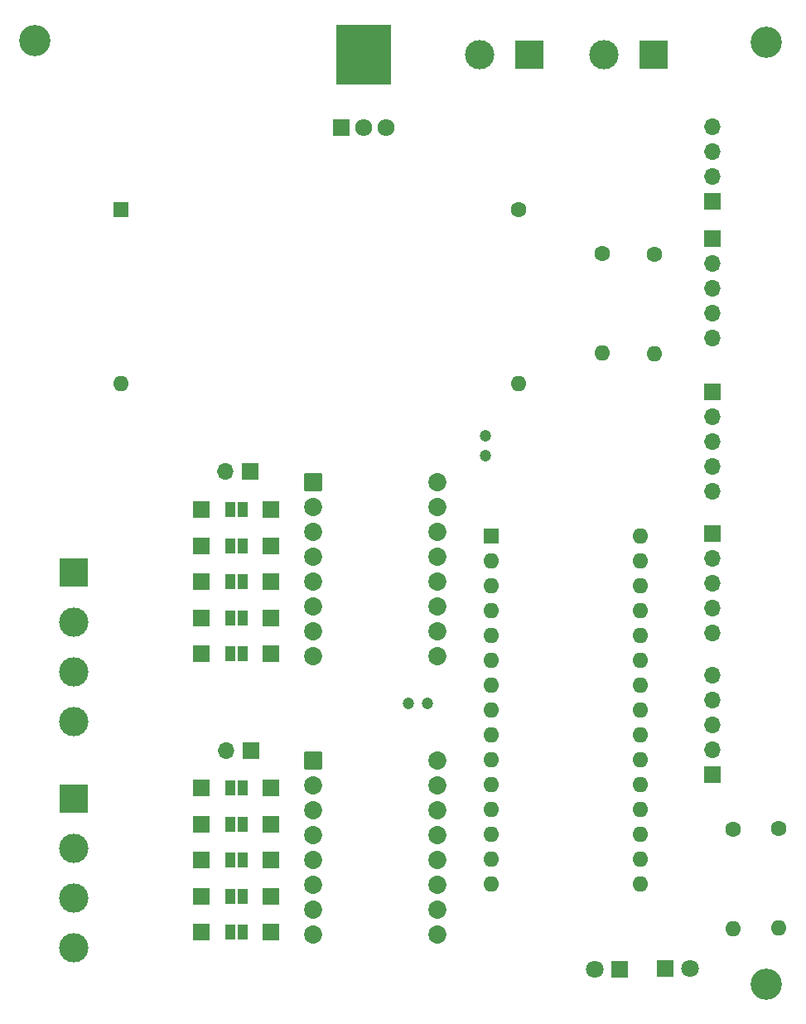
<source format=gbr>
%TF.GenerationSoftware,KiCad,Pcbnew,7.0.8*%
%TF.CreationDate,2024-03-19T23:20:07-04:00*%
%TF.ProjectId,TechDevPCB,54656368-4465-4765-9043-422e6b696361,rev?*%
%TF.SameCoordinates,Original*%
%TF.FileFunction,Soldermask,Top*%
%TF.FilePolarity,Negative*%
%FSLAX46Y46*%
G04 Gerber Fmt 4.6, Leading zero omitted, Abs format (unit mm)*
G04 Created by KiCad (PCBNEW 7.0.8) date 2024-03-19 23:20:07*
%MOMM*%
%LPD*%
G01*
G04 APERTURE LIST*
G04 Aperture macros list*
%AMRoundRect*
0 Rectangle with rounded corners*
0 $1 Rounding radius*
0 $2 $3 $4 $5 $6 $7 $8 $9 X,Y pos of 4 corners*
0 Add a 4 corners polygon primitive as box body*
4,1,4,$2,$3,$4,$5,$6,$7,$8,$9,$2,$3,0*
0 Add four circle primitives for the rounded corners*
1,1,$1+$1,$2,$3*
1,1,$1+$1,$4,$5*
1,1,$1+$1,$6,$7*
1,1,$1+$1,$8,$9*
0 Add four rect primitives between the rounded corners*
20,1,$1+$1,$2,$3,$4,$5,0*
20,1,$1+$1,$4,$5,$6,$7,0*
20,1,$1+$1,$6,$7,$8,$9,0*
20,1,$1+$1,$8,$9,$2,$3,0*%
G04 Aperture macros list end*
%ADD10C,1.600000*%
%ADD11O,1.600000X1.600000*%
%ADD12R,1.700000X1.700000*%
%ADD13R,3.000000X3.000000*%
%ADD14C,3.000000*%
%ADD15O,1.700000X1.700000*%
%ADD16R,1.717500X1.800000*%
%ADD17O,1.717500X1.800000*%
%ADD18R,5.700000X6.200000*%
%ADD19C,1.200000*%
%ADD20R,1.000000X1.500000*%
%ADD21C,3.200000*%
%ADD22RoundRect,0.102000X-0.825000X-0.825000X0.825000X-0.825000X0.825000X0.825000X-0.825000X0.825000X0*%
%ADD23C,1.854000*%
%ADD24R,1.600000X1.600000*%
%ADD25R,1.800000X1.800000*%
%ADD26C,1.800000*%
G04 APERTURE END LIST*
D10*
%TO.C,R2*%
X167640000Y-65049400D03*
D11*
X167640000Y-75209400D03*
%TD*%
D12*
%TO.C,J26*%
X126669800Y-123317000D03*
%TD*%
D13*
%TO.C,J2*%
X172897800Y-44704000D03*
D14*
X167817800Y-44704000D03*
%TD*%
D12*
%TO.C,J6*%
X178866800Y-63500000D03*
D15*
X178866800Y-66040000D03*
X178866800Y-68580000D03*
X178866800Y-71120000D03*
X178866800Y-73660000D03*
%TD*%
D16*
%TO.C,Q1*%
X140970000Y-52120800D03*
D17*
X143260000Y-52120800D03*
X145550000Y-52120800D03*
D18*
X143260000Y-44687467D03*
%TD*%
D12*
%TO.C,J31*%
X133781800Y-130683000D03*
%TD*%
D19*
%TO.C,C1*%
X155702000Y-83667600D03*
X155702000Y-85667600D03*
%TD*%
D20*
%TO.C,JP1*%
X129560800Y-91186000D03*
X130860800Y-91186000D03*
%TD*%
D12*
%TO.C,J30*%
X126669800Y-130683000D03*
%TD*%
D20*
%TO.C,JP9*%
X129560800Y-134366000D03*
X130860800Y-134366000D03*
%TD*%
D12*
%TO.C,J8*%
X178866800Y-79121000D03*
D15*
X178866800Y-81661000D03*
X178866800Y-84201000D03*
X178866800Y-86741000D03*
X178866800Y-89281000D03*
%TD*%
D19*
%TO.C,C2*%
X149783800Y-110998000D03*
X147783800Y-110998000D03*
%TD*%
D12*
%TO.C,J18*%
X126669800Y-102235000D03*
%TD*%
D13*
%TO.C,J12*%
X113614200Y-120726200D03*
D14*
X113614200Y-125806200D03*
X113614200Y-130886200D03*
X113614200Y-135966200D03*
%TD*%
D12*
%TO.C,J25*%
X133781800Y-127000000D03*
%TD*%
%TO.C,J21*%
X133781800Y-105918000D03*
%TD*%
%TO.C,J22*%
X126669800Y-119634000D03*
%TD*%
D20*
%TO.C,JP5*%
X129560800Y-105918000D03*
X130860800Y-105918000D03*
%TD*%
D12*
%TO.C,J13*%
X133781800Y-91186000D03*
%TD*%
%TO.C,J20*%
X126669800Y-105918000D03*
%TD*%
%TO.C,J19*%
X133781800Y-102235000D03*
%TD*%
D20*
%TO.C,JP7*%
X129560800Y-127000000D03*
X130860800Y-127000000D03*
%TD*%
%TO.C,JP3*%
X129560800Y-98552000D03*
X130860800Y-98552000D03*
%TD*%
D12*
%TO.C,J11*%
X126669800Y-91186000D03*
%TD*%
%TO.C,J5*%
X131749800Y-115824000D03*
D15*
X129209800Y-115824000D03*
%TD*%
D21*
%TO.C,H1*%
X184404000Y-139659900D03*
%TD*%
%TO.C,H2*%
X184378600Y-43383200D03*
%TD*%
D12*
%TO.C,J16*%
X126669800Y-98552000D03*
%TD*%
D21*
%TO.C,H3*%
X109615698Y-43270898D03*
%TD*%
D22*
%TO.C,U2*%
X138099800Y-116840000D03*
D23*
X138099800Y-119380000D03*
X138099800Y-121920000D03*
X138099800Y-124460000D03*
X138099800Y-127000000D03*
X138099800Y-129540000D03*
X138099800Y-132080000D03*
X138099800Y-134620000D03*
X150799800Y-134620000D03*
X150799800Y-132080000D03*
X150799800Y-129540000D03*
X150799800Y-127000000D03*
X150799800Y-124460000D03*
X150799800Y-121920000D03*
X150799800Y-119380000D03*
X150799800Y-116840000D03*
%TD*%
D20*
%TO.C,JP8*%
X129560800Y-123317000D03*
X130860800Y-123317000D03*
%TD*%
D12*
%TO.C,J10*%
X178866800Y-118237000D03*
D15*
X178866800Y-115697000D03*
X178866800Y-113157000D03*
X178866800Y-110617000D03*
X178866800Y-108077000D03*
%TD*%
D24*
%TO.C,U3*%
X118392400Y-60539100D03*
D11*
X159032400Y-78319100D03*
X118392400Y-78319100D03*
D10*
X159032400Y-60539100D03*
%TD*%
D25*
%TO.C,D1*%
X174015400Y-138049000D03*
D26*
X176555400Y-138049000D03*
%TD*%
D12*
%TO.C,J9*%
X178866800Y-93599000D03*
D15*
X178866800Y-96139000D03*
X178866800Y-98679000D03*
X178866800Y-101219000D03*
X178866800Y-103759000D03*
%TD*%
D10*
%TO.C,R1*%
X172923200Y-65100200D03*
D11*
X172923200Y-75260200D03*
%TD*%
D13*
%TO.C,J4*%
X113563400Y-97637600D03*
D14*
X113563400Y-102717600D03*
X113563400Y-107797600D03*
X113563400Y-112877600D03*
%TD*%
D20*
%TO.C,JP2*%
X129575800Y-94869000D03*
X130875800Y-94869000D03*
%TD*%
%TO.C,JP6*%
X129560800Y-119634000D03*
X130860800Y-119634000D03*
%TD*%
D13*
%TO.C,J1*%
X160197800Y-44704000D03*
D14*
X155117800Y-44704000D03*
%TD*%
D20*
%TO.C,JP4*%
X129560800Y-102235000D03*
X130860800Y-102235000D03*
%TD*%
D12*
%TO.C,J7*%
X178866800Y-59690000D03*
D15*
X178866800Y-57150000D03*
X178866800Y-54610000D03*
X178866800Y-52070000D03*
%TD*%
D12*
%TO.C,J17*%
X133781800Y-98552000D03*
%TD*%
%TO.C,J14*%
X126669800Y-94869000D03*
%TD*%
D24*
%TO.C,A1*%
X156260800Y-93853000D03*
D11*
X156260800Y-96393000D03*
X156260800Y-98933000D03*
X156260800Y-101473000D03*
X156260800Y-104013000D03*
X156260800Y-106553000D03*
X156260800Y-109093000D03*
X156260800Y-111633000D03*
X156260800Y-114173000D03*
X156260800Y-116713000D03*
X156260800Y-119253000D03*
X156260800Y-121793000D03*
X156260800Y-124333000D03*
X156260800Y-126873000D03*
X156260800Y-129413000D03*
X171500800Y-129413000D03*
X171500800Y-126873000D03*
X171500800Y-124333000D03*
X171500800Y-121793000D03*
X171500800Y-119253000D03*
X171500800Y-116713000D03*
X171500800Y-114173000D03*
X171500800Y-111633000D03*
X171500800Y-109093000D03*
X171500800Y-106553000D03*
X171500800Y-104013000D03*
X171500800Y-101473000D03*
X171500800Y-98933000D03*
X171500800Y-96393000D03*
X171500800Y-93853000D03*
%TD*%
D12*
%TO.C,J28*%
X126669800Y-134366000D03*
%TD*%
D10*
%TO.C,R3*%
X180975000Y-123850400D03*
D11*
X180975000Y-134010400D03*
%TD*%
D12*
%TO.C,J3*%
X131622800Y-87249000D03*
D15*
X129082800Y-87249000D03*
%TD*%
D12*
%TO.C,J27*%
X133781800Y-123317000D03*
%TD*%
D20*
%TO.C,JP10*%
X129560800Y-130683000D03*
X130860800Y-130683000D03*
%TD*%
D12*
%TO.C,J29*%
X133781800Y-134366000D03*
%TD*%
D25*
%TO.C,D2*%
X169392600Y-138176000D03*
D26*
X166852600Y-138176000D03*
%TD*%
D22*
%TO.C,U1*%
X138099800Y-88392000D03*
D23*
X138099800Y-90932000D03*
X138099800Y-93472000D03*
X138099800Y-96012000D03*
X138099800Y-98552000D03*
X138099800Y-101092000D03*
X138099800Y-103632000D03*
X138099800Y-106172000D03*
X150799800Y-106172000D03*
X150799800Y-103632000D03*
X150799800Y-101092000D03*
X150799800Y-98552000D03*
X150799800Y-96012000D03*
X150799800Y-93472000D03*
X150799800Y-90932000D03*
X150799800Y-88392000D03*
%TD*%
D12*
%TO.C,J23*%
X133781800Y-119634000D03*
%TD*%
D10*
%TO.C,R4*%
X185674000Y-123799600D03*
D11*
X185674000Y-133959600D03*
%TD*%
D12*
%TO.C,J15*%
X133781800Y-94869000D03*
%TD*%
%TO.C,J24*%
X126669800Y-127000000D03*
%TD*%
M02*

</source>
